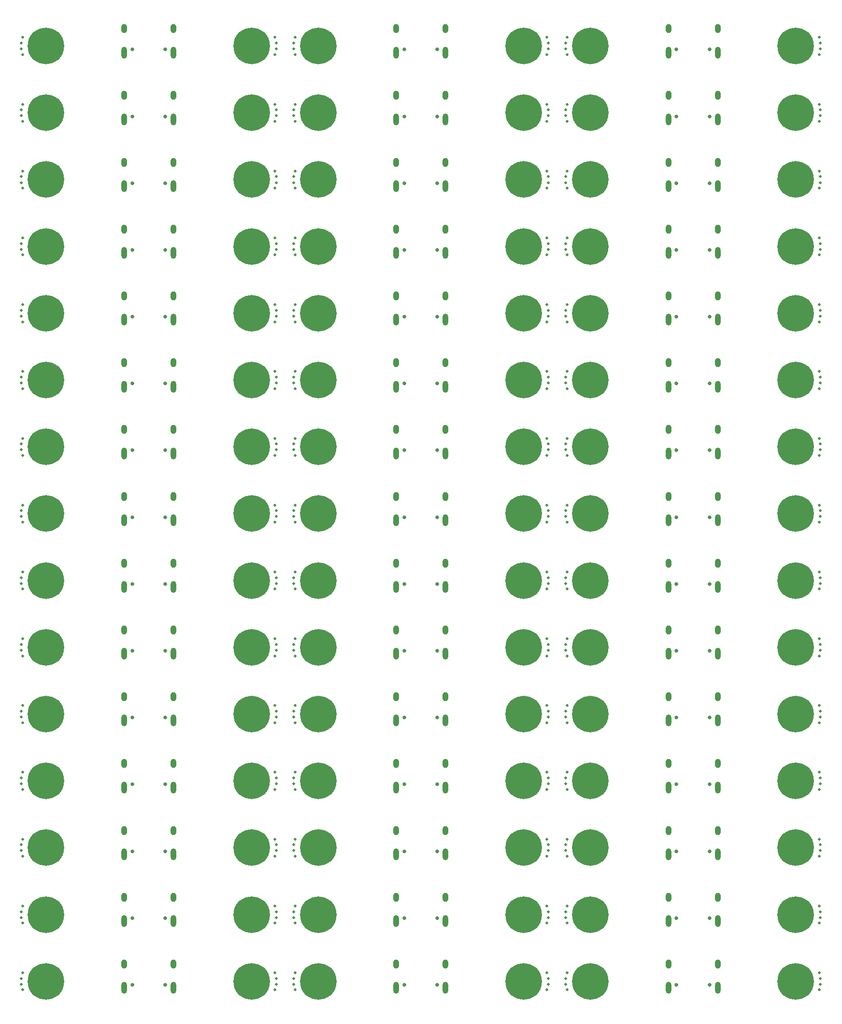
<source format=gbs>
G04 #@! TF.GenerationSoftware,KiCad,Pcbnew,(6.0.0)*
G04 #@! TF.CreationDate,2022-08-14T01:19:03-04:00*
G04 #@! TF.ProjectId,Panel v2,50616e65-6c20-4763-922e-6b696361645f,rev?*
G04 #@! TF.SameCoordinates,Original*
G04 #@! TF.FileFunction,Soldermask,Bot*
G04 #@! TF.FilePolarity,Negative*
%FSLAX46Y46*%
G04 Gerber Fmt 4.6, Leading zero omitted, Abs format (unit mm)*
G04 Created by KiCad (PCBNEW (6.0.0)) date 2022-08-14 01:19:03*
%MOMM*%
%LPD*%
G01*
G04 APERTURE LIST*
%ADD10C,6.400000*%
%ADD11C,0.800000*%
%ADD12C,0.500000*%
%ADD13C,0.650000*%
%ADD14O,1.000000X1.600000*%
%ADD15O,1.000000X2.100000*%
G04 APERTURE END LIST*
D10*
X76539997Y-117969019D03*
D11*
X74842941Y-119666075D03*
X76539997Y-120369019D03*
X78939997Y-117969019D03*
X74842941Y-116271963D03*
X78237053Y-116271963D03*
X74139997Y-117969019D03*
X76539997Y-115569019D03*
X78237053Y-119666075D03*
X125937056Y-189866093D03*
X124240000Y-190569037D03*
X124240000Y-185769037D03*
X125937056Y-186471981D03*
X122542944Y-189866093D03*
D10*
X124240000Y-188169037D03*
D11*
X121840000Y-188169037D03*
X122542944Y-186471981D03*
X126640000Y-188169037D03*
D12*
X68920709Y-37568997D03*
X69158380Y-36578400D03*
X164558386Y-35559593D03*
X164558387Y-48278401D03*
X24521608Y-140859606D03*
X24759283Y-128169009D03*
X69158382Y-130178411D03*
X68920708Y-25868995D03*
X120159284Y-49268998D03*
X69158381Y-106778409D03*
D11*
X125937056Y-46071945D03*
X124240000Y-50169001D03*
X125937056Y-49466057D03*
X122542944Y-46071945D03*
X122542944Y-49466057D03*
D10*
X124240000Y-47769001D03*
D11*
X124240000Y-45369001D03*
X121840000Y-47769001D03*
X126640000Y-47769001D03*
D12*
X69158381Y-48278401D03*
X164320722Y-189669016D03*
X120159281Y-107769006D03*
D13*
X43926994Y-141982025D03*
X49706994Y-141982025D03*
D14*
X51136994Y-138332025D03*
X42496994Y-138332025D03*
D15*
X51136994Y-142512025D03*
X42496994Y-142512025D03*
D12*
X68920703Y-151569012D03*
D11*
X67239994Y-188169037D03*
X64839994Y-190569037D03*
X63142938Y-189866093D03*
D10*
X64839994Y-188169037D03*
D11*
X64839994Y-185769037D03*
X66537050Y-189866093D03*
X63142938Y-186471981D03*
X62439994Y-188169037D03*
X66537050Y-186471981D03*
D12*
X72221610Y-58959596D03*
X164320711Y-93069004D03*
X164558385Y-129159604D03*
X24521605Y-176978417D03*
D11*
X124240000Y-21968995D03*
X121840000Y-24368995D03*
X126640000Y-24368995D03*
X124240000Y-26768995D03*
D10*
X124240000Y-24368995D03*
D11*
X125937056Y-26066051D03*
X122542944Y-22671939D03*
X122542944Y-26066051D03*
X125937056Y-22671939D03*
D12*
X69158382Y-176978417D03*
X24521608Y-129159604D03*
D11*
X122542944Y-37766054D03*
X125937056Y-37766054D03*
X125937056Y-34371942D03*
X124240000Y-33668998D03*
X124240000Y-38468998D03*
D10*
X124240000Y-36068998D03*
D11*
X122542944Y-34371942D03*
X126640000Y-36068998D03*
X121840000Y-36068998D03*
D12*
X24521605Y-153578414D03*
X72459286Y-128169009D03*
X116858385Y-130178411D03*
X120159277Y-189669016D03*
X24521607Y-58959596D03*
X164320714Y-25868995D03*
X24521608Y-94059600D03*
X72221611Y-129159604D03*
D10*
X112539997Y-82869010D03*
D11*
X110139997Y-82869010D03*
X114939997Y-82869010D03*
X110842941Y-81171954D03*
X114237053Y-84566066D03*
X110842941Y-84566066D03*
X112539997Y-85269010D03*
X112539997Y-80469010D03*
X114237053Y-81171954D03*
D12*
X24759273Y-154569012D03*
D13*
X97406997Y-95182013D03*
X91626997Y-95182013D03*
D15*
X90196997Y-95712013D03*
D14*
X90196997Y-91532013D03*
D15*
X98836997Y-95712013D03*
D14*
X98836997Y-91532013D03*
D12*
X164320716Y-72669001D03*
X72221609Y-106778409D03*
X116858382Y-117459603D03*
X24759285Y-163269013D03*
X116858382Y-105759601D03*
X24521608Y-105759601D03*
X164558385Y-140859606D03*
D13*
X49706994Y-60082004D03*
X43926994Y-60082004D03*
D14*
X42496994Y-56432004D03*
D15*
X51136994Y-60612004D03*
X42496994Y-60612004D03*
D14*
X51136994Y-56432004D03*
D12*
X24521608Y-117459603D03*
X164320711Y-104769006D03*
X72459282Y-46268998D03*
D13*
X97406997Y-24981995D03*
X91626997Y-24981995D03*
D15*
X90196997Y-25511995D03*
D14*
X90196997Y-21331995D03*
D15*
X98836997Y-25511995D03*
D14*
X98836997Y-21331995D03*
D12*
X72459279Y-84369003D03*
X24759286Y-186669016D03*
D11*
X121840000Y-153069028D03*
X125937056Y-154766084D03*
D10*
X124240000Y-153069028D03*
D11*
X122542944Y-154766084D03*
X125937056Y-151371972D03*
X122542944Y-151371972D03*
X124240000Y-150669028D03*
X126640000Y-153069028D03*
X124240000Y-155469028D03*
X122542944Y-143066081D03*
X125937056Y-139671969D03*
X122542944Y-139671969D03*
X124240000Y-138969025D03*
X125937056Y-143066081D03*
X124240000Y-143769025D03*
X126640000Y-141369025D03*
X121840000Y-141369025D03*
D10*
X124240000Y-141369025D03*
D12*
X116620715Y-107769006D03*
X116620713Y-60969000D03*
X72221608Y-165278416D03*
X72459286Y-116469007D03*
X69158382Y-153578414D03*
X164558385Y-94059600D03*
X116858385Y-188678418D03*
X119921613Y-58959596D03*
X116858383Y-70659597D03*
D13*
X91626997Y-60082004D03*
X97406997Y-60082004D03*
D15*
X90196997Y-60612004D03*
D14*
X98836997Y-56432004D03*
X90196997Y-56432004D03*
D15*
X98836997Y-60612004D03*
D12*
X119921612Y-95078407D03*
X116620709Y-81369003D03*
X164558388Y-141878413D03*
X72221610Y-70659597D03*
X164320719Y-131169009D03*
X164320713Y-57969000D03*
X164558388Y-165278416D03*
X116858383Y-58959596D03*
X72221610Y-23859591D03*
X68920709Y-22868995D03*
X72221609Y-83378406D03*
D13*
X145107000Y-177082034D03*
X139327000Y-177082034D03*
D14*
X146537000Y-173432034D03*
D15*
X146537000Y-177612034D03*
X137897000Y-177612034D03*
D14*
X137897000Y-173432034D03*
D12*
X69158381Y-95078407D03*
X24759284Y-151569012D03*
X24521609Y-175959610D03*
X72221608Y-188678418D03*
X72221611Y-94059600D03*
D11*
X67239994Y-141369025D03*
X64839994Y-143769025D03*
X63142938Y-143066081D03*
D10*
X64839994Y-141369025D03*
D11*
X66537050Y-143066081D03*
X62439994Y-141369025D03*
X63142938Y-139671969D03*
X66537050Y-139671969D03*
X64839994Y-138969025D03*
D12*
X119921612Y-106778409D03*
X116620705Y-174969015D03*
D13*
X49706994Y-118582019D03*
X43926994Y-118582019D03*
D15*
X51136994Y-119112019D03*
D14*
X42496994Y-114932019D03*
D15*
X42496994Y-119112019D03*
D14*
X51136994Y-114932019D03*
D12*
X119921611Y-130178411D03*
X72459281Y-37568997D03*
X164320709Y-139869010D03*
D13*
X145107000Y-153682028D03*
X139327000Y-153682028D03*
D14*
X137897000Y-150032028D03*
X146537000Y-150032028D03*
D15*
X137897000Y-154212028D03*
X146537000Y-154212028D03*
D12*
X72459277Y-131169009D03*
X24521608Y-152559607D03*
D11*
X112539997Y-132069022D03*
X114237053Y-131366078D03*
X114237053Y-127971966D03*
X112539997Y-127269022D03*
X110842941Y-127971966D03*
X114939997Y-129669022D03*
X110139997Y-129669022D03*
X110842941Y-131366078D03*
D10*
X112539997Y-129669022D03*
D13*
X97406997Y-130282022D03*
X91626997Y-130282022D03*
D15*
X90196997Y-130812022D03*
D14*
X98836997Y-126632022D03*
X90196997Y-126632022D03*
D15*
X98836997Y-130812022D03*
D11*
X63142938Y-131366078D03*
X67239994Y-129669022D03*
X64839994Y-127269022D03*
D10*
X64839994Y-129669022D03*
D11*
X64839994Y-132069022D03*
X63142938Y-127971966D03*
X66537050Y-131366078D03*
X62439994Y-129669022D03*
X66537050Y-127971966D03*
X114237053Y-92871957D03*
X112539997Y-96969013D03*
X110139997Y-94569013D03*
X110842941Y-92871957D03*
X114237053Y-96266069D03*
X112539997Y-92169013D03*
X114939997Y-94569013D03*
X110842941Y-96266069D03*
D10*
X112539997Y-94569013D03*
D12*
X164320710Y-128169009D03*
X24759273Y-142869010D03*
X68920706Y-69669001D03*
X69158380Y-24878399D03*
X72459276Y-142869010D03*
D11*
X28839994Y-120369019D03*
X30537050Y-119666075D03*
X31239994Y-117969019D03*
X30537050Y-116271963D03*
X26439994Y-117969019D03*
X27142938Y-119666075D03*
X28839994Y-115569019D03*
D10*
X28839994Y-117969019D03*
D11*
X27142938Y-116271963D03*
D12*
X119921611Y-176978417D03*
X24759278Y-37568997D03*
D11*
X124240000Y-108669016D03*
X121840000Y-106269016D03*
X124240000Y-103869016D03*
X125937056Y-107966072D03*
X122542944Y-104571960D03*
X125937056Y-104571960D03*
X126640000Y-106269016D03*
X122542944Y-107966072D03*
D10*
X124240000Y-106269016D03*
D11*
X27142938Y-81171954D03*
X26439994Y-82869010D03*
X31239994Y-82869010D03*
D10*
X28839994Y-82869010D03*
D11*
X28839994Y-85269010D03*
X30537050Y-84566066D03*
X27142938Y-84566066D03*
X28839994Y-80469010D03*
X30537050Y-81171954D03*
D12*
X69158379Y-129159604D03*
D11*
X30537050Y-107966072D03*
D10*
X28839994Y-106269016D03*
D11*
X27142938Y-107966072D03*
X31239994Y-106269016D03*
X26439994Y-106269016D03*
X27142938Y-104571960D03*
X30537050Y-104571960D03*
X28839994Y-108669016D03*
X28839994Y-103869016D03*
D12*
X120159287Y-69669001D03*
X116858381Y-187659611D03*
X69158378Y-164259608D03*
D11*
X110842941Y-61166060D03*
X114237053Y-57771948D03*
X112539997Y-61869004D03*
X110842941Y-57771948D03*
X110139997Y-59469004D03*
X114939997Y-59469004D03*
D10*
X112539997Y-59469004D03*
D11*
X114237053Y-61166060D03*
X112539997Y-57069004D03*
D12*
X68920712Y-96069004D03*
X116858383Y-36578400D03*
X164558387Y-59978403D03*
D11*
X162640000Y-188169037D03*
X161937056Y-189866093D03*
X161937056Y-186471981D03*
X158542944Y-186471981D03*
X160240000Y-190569037D03*
X157840000Y-188169037D03*
D10*
X160240000Y-188169037D03*
D11*
X160240000Y-185769037D03*
X158542944Y-189866093D03*
D12*
X164558387Y-118478410D03*
X120159280Y-119469007D03*
X24759278Y-22868995D03*
X24759279Y-25868995D03*
D11*
X157840000Y-164769031D03*
X158542944Y-163071975D03*
X160240000Y-167169031D03*
D10*
X160240000Y-164769031D03*
D11*
X162640000Y-164769031D03*
X161937056Y-166466087D03*
X158542944Y-166466087D03*
X161937056Y-163071975D03*
X160240000Y-162369031D03*
D12*
X72459283Y-57969000D03*
D13*
X97406997Y-36681998D03*
X91626997Y-36681998D03*
D14*
X98836997Y-33031998D03*
D15*
X98836997Y-37211998D03*
D14*
X90196997Y-33031998D03*
D15*
X90196997Y-37211998D03*
D12*
X24521605Y-130178411D03*
X116858384Y-118478410D03*
X164320714Y-46268998D03*
X24521605Y-188678418D03*
X119921612Y-83378406D03*
D11*
X161937056Y-37766054D03*
D10*
X160240000Y-36068998D03*
D11*
X161937056Y-34371942D03*
X162640000Y-36068998D03*
X160240000Y-33668998D03*
X160240000Y-38468998D03*
X158542944Y-37766054D03*
X157840000Y-36068998D03*
X158542944Y-34371942D03*
D12*
X164320708Y-163269013D03*
D11*
X110139997Y-24368995D03*
X114237053Y-22671939D03*
X110842941Y-22671939D03*
X110842941Y-26066051D03*
X114939997Y-24368995D03*
X112539997Y-26768995D03*
X114237053Y-26066051D03*
X112539997Y-21968995D03*
D10*
X112539997Y-24368995D03*
D12*
X119921614Y-129159604D03*
X24521606Y-59978403D03*
D13*
X139327000Y-83482010D03*
X145107000Y-83482010D03*
D14*
X137897000Y-79832010D03*
X146537000Y-79832010D03*
D15*
X146537000Y-84012010D03*
X137897000Y-84012010D03*
D11*
X74842941Y-178166090D03*
X76539997Y-178869034D03*
X74842941Y-174771978D03*
X78939997Y-176469034D03*
X78237053Y-174771978D03*
X78237053Y-178166090D03*
X74139997Y-176469034D03*
D10*
X76539997Y-176469034D03*
D11*
X76539997Y-174069034D03*
D13*
X145107000Y-106882016D03*
X139327000Y-106882016D03*
D14*
X137897000Y-103232016D03*
D15*
X146537000Y-107412016D03*
X137897000Y-107412016D03*
D14*
X146537000Y-103232016D03*
D12*
X119921614Y-152559607D03*
X72221608Y-176978417D03*
D13*
X91626997Y-188782037D03*
X97406997Y-188782037D03*
D15*
X90196997Y-189312037D03*
D14*
X90196997Y-185132037D03*
D15*
X98836997Y-189312037D03*
D14*
X98836997Y-185132037D03*
D12*
X116620712Y-49268998D03*
X120159288Y-104769006D03*
X120159290Y-139869010D03*
X116620711Y-25868995D03*
X119921612Y-48278401D03*
X120159280Y-131169009D03*
X119921613Y-47259594D03*
D13*
X91626997Y-106882016D03*
X97406997Y-106882016D03*
D14*
X90196997Y-103232016D03*
D15*
X90196997Y-107412016D03*
X98836997Y-107412016D03*
D14*
X98836997Y-103232016D03*
D12*
X68920702Y-174969015D03*
X72221611Y-117459603D03*
D11*
X162640000Y-82869010D03*
X157840000Y-82869010D03*
X158542944Y-81171954D03*
X161937056Y-81171954D03*
X160240000Y-80469010D03*
X158542944Y-84566066D03*
D10*
X160240000Y-82869010D03*
D11*
X161937056Y-84566066D03*
X160240000Y-85269010D03*
D12*
X69158378Y-187659611D03*
X116620712Y-22868995D03*
D11*
X76539997Y-45369001D03*
X74139997Y-47769001D03*
X74842941Y-49466057D03*
X78237053Y-46071945D03*
D10*
X76539997Y-47769001D03*
D11*
X74842941Y-46071945D03*
X78237053Y-49466057D03*
X76539997Y-50169001D03*
X78939997Y-47769001D03*
D12*
X24759271Y-189669016D03*
X24521606Y-118478410D03*
X119921615Y-187659611D03*
D11*
X26439994Y-47769001D03*
X30537050Y-49466057D03*
X28839994Y-50169001D03*
X27142938Y-46071945D03*
X30537050Y-46071945D03*
X31239994Y-47769001D03*
X27142938Y-49466057D03*
X28839994Y-45369001D03*
D10*
X28839994Y-47769001D03*
D13*
X43926994Y-83482010D03*
X49706994Y-83482010D03*
D14*
X51136994Y-79832010D03*
D15*
X42496994Y-84012010D03*
D14*
X42496994Y-79832010D03*
D15*
X51136994Y-84012010D03*
D12*
X116858384Y-95078407D03*
X72459281Y-49268998D03*
X72221608Y-130178411D03*
X24759280Y-57969000D03*
D13*
X43926994Y-106882016D03*
X49706994Y-106882016D03*
D15*
X42496994Y-107412016D03*
X51136994Y-107412016D03*
D14*
X42496994Y-103232016D03*
X51136994Y-103232016D03*
D11*
X112539997Y-167169031D03*
X112539997Y-162369031D03*
X110842941Y-163071975D03*
D10*
X112539997Y-164769031D03*
D11*
X110139997Y-164769031D03*
X114237053Y-166466087D03*
X110842941Y-166466087D03*
X114939997Y-164769031D03*
X114237053Y-163071975D03*
D12*
X120159291Y-163269013D03*
D11*
X114939997Y-176469034D03*
X110842941Y-178166090D03*
X110139997Y-176469034D03*
X114237053Y-174771978D03*
X112539997Y-174069034D03*
X114237053Y-178166090D03*
X112539997Y-178869034D03*
X110842941Y-174771978D03*
D10*
X112539997Y-176469034D03*
D13*
X139327000Y-188782037D03*
X145107000Y-188782037D03*
D14*
X146537000Y-185132037D03*
D15*
X137897000Y-189312037D03*
D14*
X137897000Y-185132037D03*
D15*
X146537000Y-189312037D03*
D12*
X164558384Y-175959610D03*
X164558386Y-24878399D03*
D10*
X124240000Y-164769031D03*
D11*
X124240000Y-167169031D03*
X124240000Y-162369031D03*
X125937056Y-166466087D03*
X121840000Y-164769031D03*
X122542944Y-166466087D03*
X125937056Y-163071975D03*
X126640000Y-164769031D03*
X122542944Y-163071975D03*
D12*
X119921611Y-141878413D03*
X69158380Y-82359598D03*
X119921613Y-35559593D03*
X116620713Y-72669001D03*
X69158379Y-105759601D03*
X120159278Y-166269013D03*
X24759282Y-93069004D03*
X68920705Y-93069004D03*
X68920715Y-177969015D03*
D11*
X74139997Y-59469004D03*
X74842941Y-57771948D03*
X76539997Y-61869004D03*
X78939997Y-59469004D03*
X74842941Y-61166060D03*
D10*
X76539997Y-59469004D03*
D11*
X78237053Y-61166060D03*
X76539997Y-57069004D03*
X78237053Y-57771948D03*
D10*
X64839994Y-153069028D03*
D11*
X64839994Y-155469028D03*
X66537050Y-154766084D03*
X66537050Y-151371972D03*
X63142938Y-154766084D03*
X64839994Y-150669028D03*
X63142938Y-151371972D03*
X62439994Y-153069028D03*
X67239994Y-153069028D03*
D12*
X164320710Y-116469007D03*
D11*
X74842941Y-151371972D03*
X78237053Y-154766084D03*
D10*
X76539997Y-153069028D03*
D11*
X76539997Y-155469028D03*
X78237053Y-151371972D03*
X76539997Y-150669028D03*
X74139997Y-153069028D03*
X74842941Y-154766084D03*
X78939997Y-153069028D03*
D12*
X116858385Y-153578414D03*
D13*
X139327000Y-24981995D03*
X145107000Y-24981995D03*
D15*
X146537000Y-25511995D03*
D14*
X137897000Y-21331995D03*
X146537000Y-21331995D03*
D15*
X137897000Y-25511995D03*
D13*
X145107000Y-36681998D03*
X139327000Y-36681998D03*
D15*
X137897000Y-37211998D03*
X146537000Y-37211998D03*
D14*
X137897000Y-33031998D03*
X146537000Y-33031998D03*
D12*
X164320714Y-34568997D03*
D10*
X160240000Y-176469034D03*
D11*
X160240000Y-178869034D03*
X158542944Y-174771978D03*
X161937056Y-174771978D03*
X161937056Y-178166090D03*
X158542944Y-178166090D03*
X157840000Y-176469034D03*
X162640000Y-176469034D03*
X160240000Y-174069034D03*
D13*
X43926994Y-36681998D03*
X49706994Y-36681998D03*
D14*
X42496994Y-33031998D03*
D15*
X51136994Y-37211998D03*
X42496994Y-37211998D03*
D14*
X51136994Y-33031998D03*
D11*
X63142938Y-49466057D03*
X63142938Y-46071945D03*
D10*
X64839994Y-47769001D03*
D11*
X66537050Y-49466057D03*
X64839994Y-50169001D03*
X67239994Y-47769001D03*
X66537050Y-46071945D03*
X64839994Y-45369001D03*
X62439994Y-47769001D03*
D12*
X72459282Y-34568997D03*
D11*
X158542944Y-72866063D03*
X161937056Y-69471951D03*
X157840000Y-71169007D03*
X161937056Y-72866063D03*
X158542944Y-69471951D03*
X160240000Y-73569007D03*
X160240000Y-68769007D03*
X162640000Y-71169007D03*
D10*
X160240000Y-71169007D03*
D13*
X49706994Y-71782007D03*
X43926994Y-71782007D03*
D14*
X42496994Y-68132007D03*
X51136994Y-68132007D03*
D15*
X51136994Y-72312007D03*
X42496994Y-72312007D03*
D11*
X28839994Y-73569007D03*
X30537050Y-72866063D03*
X30537050Y-69471951D03*
X27142938Y-72866063D03*
D10*
X28839994Y-71169007D03*
D11*
X31239994Y-71169007D03*
X26439994Y-71169007D03*
X27142938Y-69471951D03*
X28839994Y-68769007D03*
D12*
X24759282Y-104769006D03*
D13*
X145107000Y-48382001D03*
X139327000Y-48382001D03*
D15*
X146537000Y-48912001D03*
D14*
X137897000Y-44732001D03*
D15*
X137897000Y-48912001D03*
D14*
X146537000Y-44732001D03*
D12*
X72459280Y-60969000D03*
X116620704Y-186669016D03*
X69158379Y-117459603D03*
X116620716Y-119469007D03*
X164320715Y-49268998D03*
X120159281Y-96069004D03*
X69158382Y-165278416D03*
X116858384Y-71678404D03*
X116620710Y-57969000D03*
X69158381Y-83378406D03*
X24759274Y-119469007D03*
D10*
X112539997Y-141369025D03*
D11*
X112539997Y-138969025D03*
X114237053Y-139671969D03*
X112539997Y-143769025D03*
X110842941Y-143066081D03*
X114237053Y-143066081D03*
X114939997Y-141369025D03*
X110842941Y-139671969D03*
X110139997Y-141369025D03*
D12*
X164320712Y-81369003D03*
X120159285Y-25868995D03*
X116858384Y-59978403D03*
X164558385Y-117459603D03*
D11*
X62439994Y-164769031D03*
X64839994Y-162369031D03*
D10*
X64839994Y-164769031D03*
D11*
X66537050Y-166466087D03*
X63142938Y-166466087D03*
X66537050Y-163071975D03*
X64839994Y-167169031D03*
X63142938Y-163071975D03*
X67239994Y-164769031D03*
D13*
X145107000Y-95182013D03*
X139327000Y-95182013D03*
D14*
X146537000Y-91532013D03*
D15*
X137897000Y-95712013D03*
X146537000Y-95712013D03*
D14*
X137897000Y-91532013D03*
D12*
X164558386Y-23859591D03*
X116620705Y-163269013D03*
D11*
X78939997Y-71169007D03*
X74139997Y-71169007D03*
X74842941Y-72866063D03*
X78237053Y-69471951D03*
X74842941Y-69471951D03*
X76539997Y-73569007D03*
X78237053Y-72866063D03*
X76539997Y-68769007D03*
D10*
X76539997Y-71169007D03*
D12*
X72459278Y-107769006D03*
X72221610Y-24878399D03*
X119921611Y-165278416D03*
D11*
X66537050Y-72866063D03*
X63142938Y-72866063D03*
X64839994Y-68769007D03*
D10*
X64839994Y-71169007D03*
D11*
X63142938Y-69471951D03*
X66537050Y-69471951D03*
X64839994Y-73569007D03*
X62439994Y-71169007D03*
X67239994Y-71169007D03*
X62439994Y-36068998D03*
X63142938Y-34371942D03*
D10*
X64839994Y-36068998D03*
D11*
X64839994Y-38468998D03*
X64839994Y-33668998D03*
X63142938Y-37766054D03*
X66537050Y-34371942D03*
X67239994Y-36068998D03*
X66537050Y-37766054D03*
D12*
X164558384Y-187659611D03*
X116620717Y-154569012D03*
D11*
X31239994Y-129669022D03*
X27142938Y-127971966D03*
X30537050Y-127971966D03*
X27142938Y-131366078D03*
X30537050Y-131366078D03*
X26439994Y-129669022D03*
D10*
X28839994Y-129669022D03*
D11*
X28839994Y-132069022D03*
X28839994Y-127269022D03*
D12*
X72459277Y-119469007D03*
X116858381Y-175959610D03*
X164558386Y-36578400D03*
X116858385Y-176978417D03*
X164320715Y-22868995D03*
X116858383Y-35559593D03*
X69158380Y-23859591D03*
D11*
X157840000Y-94569013D03*
X161937056Y-96266069D03*
X161937056Y-92871957D03*
D10*
X160240000Y-94569013D03*
D11*
X160240000Y-92169013D03*
X162640000Y-94569013D03*
X158542944Y-96266069D03*
X160240000Y-96969013D03*
X158542944Y-92871957D03*
D12*
X120159279Y-142869010D03*
X68920709Y-49268998D03*
X164558388Y-153578414D03*
X120159284Y-22868995D03*
X116620719Y-189669016D03*
X72221608Y-141878413D03*
X164320717Y-84369003D03*
X24759272Y-166269013D03*
D10*
X28839994Y-153069028D03*
D11*
X27142938Y-154766084D03*
X27142938Y-151371972D03*
X28839994Y-155469028D03*
X26439994Y-153069028D03*
X28839994Y-150669028D03*
X31239994Y-153069028D03*
X30537050Y-151371972D03*
X30537050Y-154766084D03*
D12*
X72221611Y-140859606D03*
D11*
X160240000Y-103869016D03*
X158542944Y-107966072D03*
D10*
X160240000Y-106269016D03*
D11*
X158542944Y-104571960D03*
X160240000Y-108669016D03*
X161937056Y-104571960D03*
X161937056Y-107966072D03*
X162640000Y-106269016D03*
X157840000Y-106269016D03*
D12*
X24759285Y-174969015D03*
D11*
X28839994Y-61869004D03*
X30537050Y-57771948D03*
X31239994Y-59469004D03*
X30537050Y-61166060D03*
X28839994Y-57069004D03*
X26439994Y-59469004D03*
D10*
X28839994Y-59469004D03*
D11*
X27142938Y-61166060D03*
X27142938Y-57771948D03*
D12*
X164558388Y-130178411D03*
D11*
X114939997Y-36068998D03*
X110842941Y-34371942D03*
X110139997Y-36068998D03*
X112539997Y-38468998D03*
X110842941Y-37766054D03*
X112539997Y-33668998D03*
X114237053Y-37766054D03*
D10*
X112539997Y-36068998D03*
D11*
X114237053Y-34371942D03*
D12*
X116620707Y-128169009D03*
D11*
X66537050Y-107966072D03*
X66537050Y-104571960D03*
X67239994Y-106269016D03*
X64839994Y-108669016D03*
X64839994Y-103869016D03*
X63142938Y-104571960D03*
D10*
X64839994Y-106269016D03*
D11*
X63142938Y-107966072D03*
X62439994Y-106269016D03*
D12*
X72459274Y-189669016D03*
X116620711Y-34568997D03*
D13*
X139327000Y-165382031D03*
X145107000Y-165382031D03*
D14*
X137897000Y-161732031D03*
D15*
X137897000Y-165912031D03*
D14*
X146537000Y-161732031D03*
D15*
X146537000Y-165912031D03*
D12*
X164320707Y-186669016D03*
X116858382Y-140859606D03*
X120159292Y-186669016D03*
X72221611Y-152559607D03*
X69158380Y-35559593D03*
D11*
X161937056Y-116271963D03*
X160240000Y-115569019D03*
X157840000Y-117969019D03*
X161937056Y-119666075D03*
X162640000Y-117969019D03*
D10*
X160240000Y-117969019D03*
D11*
X160240000Y-120369019D03*
X158542944Y-116271963D03*
X158542944Y-119666075D03*
D12*
X120159278Y-177969015D03*
X164558386Y-82359598D03*
X120159284Y-37568997D03*
X72221608Y-153578414D03*
X116620711Y-46268998D03*
D13*
X91626997Y-141982025D03*
X97406997Y-141982025D03*
D15*
X90196997Y-142512025D03*
D14*
X90196997Y-138332025D03*
X98836997Y-138332025D03*
D15*
X98836997Y-142512025D03*
D12*
X120159283Y-60969000D03*
D11*
X67239994Y-82869010D03*
X64839994Y-85269010D03*
X66537050Y-81171954D03*
X64839994Y-80469010D03*
X63142938Y-81171954D03*
D10*
X64839994Y-82869010D03*
D11*
X63142938Y-84566066D03*
X66537050Y-84566066D03*
X62439994Y-82869010D03*
D12*
X116620714Y-84369003D03*
X119921611Y-188678418D03*
X72459288Y-174969015D03*
D11*
X74139997Y-188169037D03*
X78939997Y-188169037D03*
X74842941Y-189866093D03*
X78237053Y-189866093D03*
D10*
X76539997Y-188169037D03*
D11*
X76539997Y-190569037D03*
X74842941Y-186471981D03*
X76539997Y-185769037D03*
X78237053Y-186471981D03*
D12*
X119921611Y-153578414D03*
X68920715Y-166269013D03*
D11*
X110842941Y-72866063D03*
D10*
X112539997Y-71169007D03*
D11*
X114237053Y-69471951D03*
X114939997Y-71169007D03*
X110842941Y-69471951D03*
X110139997Y-71169007D03*
X114237053Y-72866063D03*
X112539997Y-68769007D03*
X112539997Y-73569007D03*
D12*
X72459275Y-166269013D03*
X164558388Y-188678418D03*
X72459284Y-81369003D03*
D11*
X125937056Y-92871957D03*
X121840000Y-94569013D03*
X122542944Y-96266069D03*
X126640000Y-94569013D03*
X124240000Y-96969013D03*
X124240000Y-92169013D03*
X122542944Y-92871957D03*
X125937056Y-96266069D03*
D10*
X124240000Y-94569013D03*
D12*
X24759278Y-49268998D03*
X119921613Y-36578400D03*
X24759281Y-81369003D03*
X69158381Y-71678404D03*
X72221609Y-71678404D03*
X72221611Y-105759601D03*
D11*
X124240000Y-73569007D03*
X124240000Y-68769007D03*
X122542944Y-69471951D03*
X126640000Y-71169007D03*
X121840000Y-71169007D03*
D10*
X124240000Y-71169007D03*
D11*
X125937056Y-72866063D03*
X122542944Y-72866063D03*
X125937056Y-69471951D03*
D12*
X116858381Y-164259608D03*
X69158380Y-70659597D03*
D11*
X125937056Y-81171954D03*
X121840000Y-82869010D03*
D10*
X124240000Y-82869010D03*
D11*
X124240000Y-85269010D03*
X125937056Y-84566066D03*
X122542944Y-81171954D03*
X122542944Y-84566066D03*
X126640000Y-82869010D03*
X124240000Y-80469010D03*
X162640000Y-153069028D03*
D10*
X160240000Y-153069028D03*
D11*
X160240000Y-150669028D03*
X161937056Y-151371972D03*
X160240000Y-155469028D03*
X158542944Y-151371972D03*
X157840000Y-153069028D03*
X161937056Y-154766084D03*
X158542944Y-154766084D03*
X160240000Y-138969025D03*
X161937056Y-143066081D03*
D10*
X160240000Y-141369025D03*
D11*
X158542944Y-143066081D03*
X158542944Y-139671969D03*
X160240000Y-143769025D03*
X162640000Y-141369025D03*
X157840000Y-141369025D03*
X161937056Y-139671969D03*
D12*
X68920716Y-189669016D03*
X72221609Y-118478410D03*
X68920708Y-46268998D03*
D11*
X27142938Y-96266069D03*
X28839994Y-92169013D03*
D10*
X28839994Y-94569013D03*
D11*
X28839994Y-96969013D03*
X30537050Y-96266069D03*
X27142938Y-92871957D03*
X30537050Y-92871957D03*
X26439994Y-94569013D03*
X31239994Y-94569013D03*
D13*
X49706994Y-130282022D03*
X43926994Y-130282022D03*
D15*
X51136994Y-130812022D03*
X42496994Y-130812022D03*
D14*
X51136994Y-126632022D03*
X42496994Y-126632022D03*
D12*
X120159286Y-57969000D03*
D11*
X30537050Y-22671939D03*
X30537050Y-26066051D03*
X27142938Y-22671939D03*
X28839994Y-21968995D03*
X31239994Y-24368995D03*
D10*
X28839994Y-24368995D03*
D11*
X26439994Y-24368995D03*
X27142938Y-26066051D03*
X28839994Y-26768995D03*
D12*
X68920708Y-34568997D03*
X119921613Y-23859591D03*
X24521607Y-24878399D03*
X119921613Y-82359598D03*
X120159289Y-116469007D03*
X69158382Y-188678418D03*
X24521606Y-106778409D03*
X120159290Y-151569012D03*
D11*
X63142938Y-26066051D03*
X66537050Y-26066051D03*
X64839994Y-26768995D03*
X66537050Y-22671939D03*
X63142938Y-22671939D03*
X67239994Y-24368995D03*
X64839994Y-21968995D03*
D10*
X64839994Y-24368995D03*
D11*
X62439994Y-24368995D03*
D12*
X116620707Y-116469007D03*
D11*
X114237053Y-119666075D03*
D10*
X112539997Y-117969019D03*
D11*
X112539997Y-120369019D03*
X114237053Y-116271963D03*
X112539997Y-115569019D03*
X114939997Y-117969019D03*
X110139997Y-117969019D03*
X110842941Y-119666075D03*
X110842941Y-116271963D03*
D12*
X164320721Y-177969015D03*
X68920710Y-72669001D03*
X69158379Y-152559607D03*
X116620717Y-142869010D03*
D13*
X139327000Y-141982025D03*
X145107000Y-141982025D03*
D15*
X137897000Y-142512025D03*
D14*
X146537000Y-138332025D03*
X137897000Y-138332025D03*
D15*
X146537000Y-142512025D03*
D12*
X69158381Y-59978403D03*
X68920713Y-131169009D03*
X24759283Y-116469007D03*
D11*
X124240000Y-132069022D03*
X126640000Y-129669022D03*
X121840000Y-129669022D03*
X124240000Y-127269022D03*
X122542944Y-127971966D03*
X125937056Y-131366078D03*
X125937056Y-127971966D03*
X122542944Y-131366078D03*
D10*
X124240000Y-129669022D03*
D12*
X164558385Y-152559607D03*
X119921615Y-164259608D03*
X116858382Y-94059600D03*
X69158382Y-141878413D03*
X119921612Y-71678404D03*
X68920705Y-104769006D03*
X164558387Y-83378406D03*
X72221612Y-164259608D03*
X164320720Y-142869010D03*
X68920711Y-84369003D03*
X24521607Y-82359598D03*
X120159282Y-84369003D03*
X116620715Y-96069004D03*
D11*
X74842941Y-166466087D03*
X74842941Y-163071975D03*
X78237053Y-163071975D03*
D10*
X76539997Y-164769031D03*
D11*
X76539997Y-167169031D03*
X78237053Y-166466087D03*
X78939997Y-164769031D03*
X76539997Y-162369031D03*
X74139997Y-164769031D03*
D12*
X24521607Y-70659597D03*
X120159291Y-174969015D03*
X116620708Y-104769006D03*
X24759279Y-46268998D03*
D13*
X91626997Y-118582019D03*
X97406997Y-118582019D03*
D15*
X98836997Y-119112019D03*
X90196997Y-119112019D03*
D14*
X90196997Y-114932019D03*
X98836997Y-114932019D03*
D12*
X119921613Y-24878399D03*
X68920703Y-139869010D03*
X119921614Y-140859606D03*
X116620718Y-166269013D03*
X116858382Y-129159604D03*
X24759274Y-131169009D03*
X116858382Y-152559607D03*
X68920713Y-119469007D03*
X120159285Y-46268998D03*
X72459285Y-104769006D03*
D13*
X43926994Y-177082034D03*
X49706994Y-177082034D03*
D14*
X42496994Y-173432034D03*
D15*
X42496994Y-177612034D03*
X51136994Y-177612034D03*
D14*
X51136994Y-173432034D03*
D12*
X119921614Y-94059600D03*
X116858383Y-24878399D03*
X164558387Y-95078407D03*
X24759281Y-69669001D03*
X72459280Y-72669001D03*
X120159288Y-93069004D03*
X164320715Y-37568997D03*
X120159279Y-154569012D03*
X164558384Y-164259608D03*
X72459288Y-163269013D03*
D11*
X74139997Y-82869010D03*
X74842941Y-84566066D03*
X76539997Y-85269010D03*
X78939997Y-82869010D03*
X78237053Y-81171954D03*
D10*
X76539997Y-82869010D03*
D11*
X76539997Y-80469010D03*
X78237053Y-84566066D03*
X74842941Y-81171954D03*
X161937056Y-49466057D03*
X158542944Y-46071945D03*
D10*
X160240000Y-47769001D03*
D11*
X157840000Y-47769001D03*
X161937056Y-46071945D03*
X160240000Y-50169001D03*
X158542944Y-49466057D03*
X162640000Y-47769001D03*
X160240000Y-45369001D03*
D12*
X72459278Y-96069004D03*
D13*
X145107000Y-118582019D03*
X139327000Y-118582019D03*
D14*
X137897000Y-114932019D03*
D15*
X146537000Y-119112019D03*
X137897000Y-119112019D03*
D14*
X146537000Y-114932019D03*
D12*
X72221610Y-47259594D03*
D11*
X63142938Y-92871957D03*
X64839994Y-92169013D03*
X63142938Y-96266069D03*
X66537050Y-92871957D03*
X62439994Y-94569013D03*
D10*
X64839994Y-94569013D03*
D11*
X64839994Y-96969013D03*
X67239994Y-94569013D03*
X66537050Y-96266069D03*
X74842941Y-37766054D03*
X78237053Y-34371942D03*
X76539997Y-33668998D03*
X78939997Y-36068998D03*
D10*
X76539997Y-36068998D03*
D11*
X78237053Y-37766054D03*
X74139997Y-36068998D03*
X76539997Y-38468998D03*
X74842941Y-34371942D03*
D13*
X43926994Y-24981995D03*
X49706994Y-24981995D03*
D14*
X42496994Y-21331995D03*
X51136994Y-21331995D03*
D15*
X51136994Y-25511995D03*
X42496994Y-25511995D03*
D12*
X164558386Y-47259594D03*
X24759272Y-177969015D03*
D13*
X139327000Y-71782007D03*
X145107000Y-71782007D03*
D14*
X137897000Y-68132007D03*
X146537000Y-68132007D03*
D15*
X146537000Y-72312007D03*
X137897000Y-72312007D03*
D12*
X68920707Y-57969000D03*
X116620708Y-93069004D03*
X24521607Y-35559593D03*
X116620718Y-177969015D03*
X24759284Y-139869010D03*
D11*
X30537050Y-139671969D03*
X27142938Y-143066081D03*
X30537050Y-143066081D03*
X28839994Y-138969025D03*
X31239994Y-141369025D03*
D10*
X28839994Y-141369025D03*
D11*
X26439994Y-141369025D03*
X28839994Y-143769025D03*
X27142938Y-139671969D03*
D13*
X91626997Y-83482010D03*
X97406997Y-83482010D03*
D15*
X90196997Y-84012010D03*
D14*
X98836997Y-79832010D03*
D15*
X98836997Y-84012010D03*
D14*
X90196997Y-79832010D03*
D12*
X116620716Y-131169009D03*
X119921612Y-118478410D03*
D13*
X97406997Y-165382031D03*
X91626997Y-165382031D03*
D14*
X90196997Y-161732031D03*
D15*
X90196997Y-165912031D03*
X98836997Y-165912031D03*
D14*
X98836997Y-161732031D03*
D11*
X26439994Y-36068998D03*
X30537050Y-37766054D03*
X27142938Y-34371942D03*
X27142938Y-37766054D03*
X30537050Y-34371942D03*
X31239994Y-36068998D03*
X28839994Y-33668998D03*
X28839994Y-38468998D03*
D10*
X28839994Y-36068998D03*
D12*
X120159285Y-34568997D03*
X119921615Y-175959610D03*
X164320709Y-151569012D03*
D13*
X49706994Y-165382031D03*
X43926994Y-165382031D03*
D15*
X51136994Y-165912031D03*
D14*
X51136994Y-161732031D03*
X42496994Y-161732031D03*
D15*
X42496994Y-165912031D03*
D12*
X164558387Y-71678404D03*
X164558385Y-105759601D03*
X72459282Y-25868995D03*
X69158381Y-118478410D03*
X24759277Y-72669001D03*
X24521607Y-47259594D03*
D13*
X97406997Y-48382001D03*
X91626997Y-48382001D03*
D15*
X90196997Y-48912001D03*
D14*
X98836997Y-44732001D03*
D15*
X98836997Y-48912001D03*
D14*
X90196997Y-44732001D03*
D12*
X116858383Y-23859591D03*
X24521606Y-83378406D03*
X72221612Y-187659611D03*
X164558387Y-106778409D03*
D11*
X110842941Y-154766084D03*
X114237053Y-154766084D03*
X112539997Y-150669028D03*
X110842941Y-151371972D03*
X114237053Y-151371972D03*
X110139997Y-153069028D03*
D10*
X112539997Y-153069028D03*
D11*
X114939997Y-153069028D03*
X112539997Y-155469028D03*
D10*
X64839994Y-117969019D03*
D11*
X64839994Y-120369019D03*
X63142938Y-116271963D03*
X63142938Y-119666075D03*
X64839994Y-115569019D03*
X66537050Y-119666075D03*
X62439994Y-117969019D03*
X66537050Y-116271963D03*
X67239994Y-117969019D03*
D12*
X68920702Y-163269013D03*
D11*
X30537050Y-166466087D03*
X27142938Y-163071975D03*
X31239994Y-164769031D03*
X27142938Y-166466087D03*
X28839994Y-167169031D03*
X30537050Y-163071975D03*
X28839994Y-162369031D03*
X26439994Y-164769031D03*
D10*
X28839994Y-164769031D03*
D12*
X24521606Y-95078407D03*
X24521609Y-164259608D03*
X164558386Y-70659597D03*
X24521607Y-36578400D03*
X116858383Y-82359598D03*
X116858384Y-83378406D03*
X69158379Y-140859606D03*
X119921612Y-59978403D03*
X116858385Y-141878413D03*
D11*
X64839994Y-178869034D03*
X63142938Y-174771978D03*
X64839994Y-174069034D03*
X63142938Y-178166090D03*
X66537050Y-178166090D03*
D10*
X64839994Y-176469034D03*
D11*
X67239994Y-176469034D03*
X66537050Y-174771978D03*
X62439994Y-176469034D03*
D12*
X24759275Y-96069004D03*
X164320712Y-69669001D03*
X24521606Y-48278401D03*
X120159283Y-72669001D03*
D11*
X161937056Y-131366078D03*
X161937056Y-127971966D03*
D10*
X160240000Y-129669022D03*
D11*
X157840000Y-129669022D03*
X160240000Y-127269022D03*
X158542944Y-127971966D03*
X158542944Y-131366078D03*
X162640000Y-129669022D03*
X160240000Y-132069022D03*
D13*
X49706994Y-48382001D03*
X43926994Y-48382001D03*
D15*
X42496994Y-48912001D03*
X51136994Y-48912001D03*
D14*
X51136994Y-44732001D03*
X42496994Y-44732001D03*
D12*
X164320708Y-174969015D03*
D13*
X43926994Y-188782037D03*
X49706994Y-188782037D03*
D14*
X42496994Y-185132037D03*
D15*
X42496994Y-189312037D03*
D14*
X51136994Y-185132037D03*
D15*
X51136994Y-189312037D03*
D12*
X72221610Y-36578400D03*
D11*
X161937056Y-61166060D03*
X160240000Y-57069004D03*
X158542944Y-61166060D03*
X158542944Y-57771948D03*
X161937056Y-57771948D03*
X160240000Y-61869004D03*
D10*
X160240000Y-59469004D03*
D11*
X162640000Y-59469004D03*
X157840000Y-59469004D03*
D12*
X116620706Y-151569012D03*
D13*
X145107000Y-60082004D03*
X139327000Y-60082004D03*
D14*
X137897000Y-56432004D03*
D15*
X137897000Y-60612004D03*
X146537000Y-60612004D03*
D14*
X146537000Y-56432004D03*
D12*
X116858385Y-165278416D03*
X164320719Y-119469007D03*
X72459287Y-151569012D03*
X116858384Y-106778409D03*
D11*
X112539997Y-190569037D03*
X114237053Y-189866093D03*
D10*
X112539997Y-188169037D03*
D11*
X110139997Y-188169037D03*
X110842941Y-189866093D03*
X114939997Y-188169037D03*
X114237053Y-186471981D03*
X112539997Y-185769037D03*
X110842941Y-186471981D03*
D12*
X164558386Y-58959596D03*
X116620712Y-37568997D03*
X72221609Y-59978403D03*
D11*
X28839994Y-185769037D03*
D10*
X28839994Y-188169037D03*
D11*
X27142938Y-189866093D03*
X26439994Y-188169037D03*
X30537050Y-189866093D03*
X31239994Y-188169037D03*
X27142938Y-186471981D03*
X28839994Y-190569037D03*
X30537050Y-186471981D03*
D12*
X68920706Y-81369003D03*
X164558388Y-176978417D03*
X24521609Y-187659611D03*
X68920714Y-142869010D03*
X72459285Y-93069004D03*
D13*
X97406997Y-71782007D03*
X91626997Y-71782007D03*
D14*
X90196997Y-68132007D03*
D15*
X90196997Y-72312007D03*
D14*
X98836997Y-68132007D03*
D15*
X98836997Y-72312007D03*
D11*
X125937056Y-61166060D03*
X125937056Y-57771948D03*
X124240000Y-57069004D03*
D10*
X124240000Y-59469004D03*
D11*
X122542944Y-57771948D03*
X122542944Y-61166060D03*
X121840000Y-59469004D03*
X124240000Y-61869004D03*
X126640000Y-59469004D03*
X30537050Y-174771978D03*
X27142938Y-178166090D03*
X26439994Y-176469034D03*
X28839994Y-174069034D03*
X31239994Y-176469034D03*
X30537050Y-178166090D03*
D10*
X28839994Y-176469034D03*
D11*
X28839994Y-178869034D03*
X27142938Y-174771978D03*
D12*
X68920704Y-116469007D03*
D13*
X139327000Y-130282022D03*
X145107000Y-130282022D03*
D15*
X146537000Y-130812022D03*
X137897000Y-130812022D03*
D14*
X146537000Y-126632022D03*
X137897000Y-126632022D03*
D11*
X78237053Y-96266069D03*
X76539997Y-96969013D03*
D10*
X76539997Y-94569013D03*
D11*
X78939997Y-94569013D03*
X78237053Y-92871957D03*
X76539997Y-92169013D03*
X74139997Y-94569013D03*
X74842941Y-96266069D03*
X74842941Y-92871957D03*
D13*
X91626997Y-153682028D03*
X97406997Y-153682028D03*
D14*
X90196997Y-150032028D03*
D15*
X90196997Y-154212028D03*
X98836997Y-154212028D03*
D14*
X98836997Y-150032028D03*
D12*
X119921613Y-70659597D03*
X68920701Y-186669016D03*
X72221610Y-82359598D03*
D11*
X112539997Y-45369001D03*
X114939997Y-47769001D03*
X110139997Y-47769001D03*
X110842941Y-46071945D03*
D10*
X112539997Y-47769001D03*
D11*
X114237053Y-46071945D03*
X110842941Y-49466057D03*
X114237053Y-49466057D03*
X112539997Y-50169001D03*
D12*
X120159289Y-128169009D03*
X119921614Y-117459603D03*
X120159287Y-81369003D03*
X164320718Y-107769006D03*
D11*
X62439994Y-59469004D03*
X63142938Y-57771948D03*
X63142938Y-61166060D03*
X64839994Y-61869004D03*
X66537050Y-57771948D03*
X67239994Y-59469004D03*
X64839994Y-57069004D03*
D10*
X64839994Y-59469004D03*
D11*
X66537050Y-61166060D03*
D12*
X116620706Y-139869010D03*
X68920712Y-107769006D03*
D11*
X122542944Y-116271963D03*
X124240000Y-115569019D03*
X126640000Y-117969019D03*
X122542944Y-119666075D03*
X121840000Y-117969019D03*
X124240000Y-120369019D03*
X125937056Y-119666075D03*
X125937056Y-116271963D03*
D10*
X124240000Y-117969019D03*
D12*
X69158380Y-47259594D03*
D11*
X76539997Y-127269022D03*
X76539997Y-132069022D03*
X78237053Y-127971966D03*
X78237053Y-131366078D03*
X74842941Y-131366078D03*
X78939997Y-129669022D03*
X74842941Y-127971966D03*
X74139997Y-129669022D03*
D10*
X76539997Y-129669022D03*
D12*
X72459289Y-186669016D03*
X24759276Y-84369003D03*
X24521605Y-141878413D03*
X69158378Y-175959610D03*
X72459287Y-139869010D03*
X72221609Y-48278401D03*
D11*
X114939997Y-106269016D03*
X112539997Y-108669016D03*
X114237053Y-104571960D03*
X110842941Y-107966072D03*
X112539997Y-103869016D03*
D10*
X112539997Y-106269016D03*
D11*
X114237053Y-107966072D03*
X110139997Y-106269016D03*
X110842941Y-104571960D03*
D12*
X164320718Y-96069004D03*
D11*
X76539997Y-143769025D03*
D10*
X76539997Y-141369025D03*
D11*
X78237053Y-143066081D03*
X74842941Y-139671969D03*
X74842941Y-143066081D03*
X74139997Y-141369025D03*
X76539997Y-138969025D03*
X78939997Y-141369025D03*
X78237053Y-139671969D03*
X76539997Y-103869016D03*
X78939997Y-106269016D03*
X76539997Y-108669016D03*
X74842941Y-104571960D03*
X78237053Y-104571960D03*
X74842941Y-107966072D03*
X78237053Y-107966072D03*
X74139997Y-106269016D03*
D10*
X76539997Y-106269016D03*
D12*
X24759275Y-107769006D03*
X68920714Y-154569012D03*
D13*
X43926994Y-95182013D03*
X49706994Y-95182013D03*
D15*
X51136994Y-95712013D03*
X42496994Y-95712013D03*
D14*
X51136994Y-91532013D03*
X42496994Y-91532013D03*
D13*
X97406997Y-177082034D03*
X91626997Y-177082034D03*
D15*
X98836997Y-177612034D03*
X90196997Y-177612034D03*
D14*
X90196997Y-173432034D03*
X98836997Y-173432034D03*
D12*
X24759279Y-34568997D03*
X72221610Y-35559593D03*
X24521606Y-71678404D03*
X119921614Y-105759601D03*
X72221609Y-95078407D03*
X24759277Y-60969000D03*
X68920704Y-128169009D03*
D11*
X76539997Y-21968995D03*
X78237053Y-26066051D03*
X78237053Y-22671939D03*
X76539997Y-26768995D03*
D10*
X76539997Y-24368995D03*
D11*
X78939997Y-24368995D03*
X74842941Y-22671939D03*
X74842941Y-26066051D03*
X74139997Y-24368995D03*
D12*
X116858384Y-48278401D03*
X68920710Y-60969000D03*
X69158380Y-58959596D03*
X72221612Y-175959610D03*
D11*
X126640000Y-176469034D03*
X125937056Y-174771978D03*
X125937056Y-178166090D03*
X121840000Y-176469034D03*
X124240000Y-178869034D03*
D10*
X124240000Y-176469034D03*
D11*
X124240000Y-174069034D03*
X122542944Y-178166090D03*
X122542944Y-174771978D03*
X161937056Y-22671939D03*
X157840000Y-24368995D03*
X160240000Y-21968995D03*
D10*
X160240000Y-24368995D03*
D11*
X158542944Y-26066051D03*
X160240000Y-26768995D03*
X161937056Y-26066051D03*
X162640000Y-24368995D03*
X158542944Y-22671939D03*
D12*
X164320716Y-60969000D03*
X164320721Y-166269013D03*
X72459284Y-69669001D03*
X24521605Y-165278416D03*
X24521607Y-23859591D03*
D13*
X49706994Y-153682028D03*
X43926994Y-153682028D03*
D14*
X42496994Y-150032028D03*
X51136994Y-150032028D03*
D15*
X42496994Y-154212028D03*
X51136994Y-154212028D03*
D12*
X116620709Y-69669001D03*
X164320720Y-154569012D03*
X72459276Y-154569012D03*
X116858383Y-47259594D03*
X72459281Y-22868995D03*
X72459275Y-177969015D03*
X69158379Y-94059600D03*
M02*

</source>
